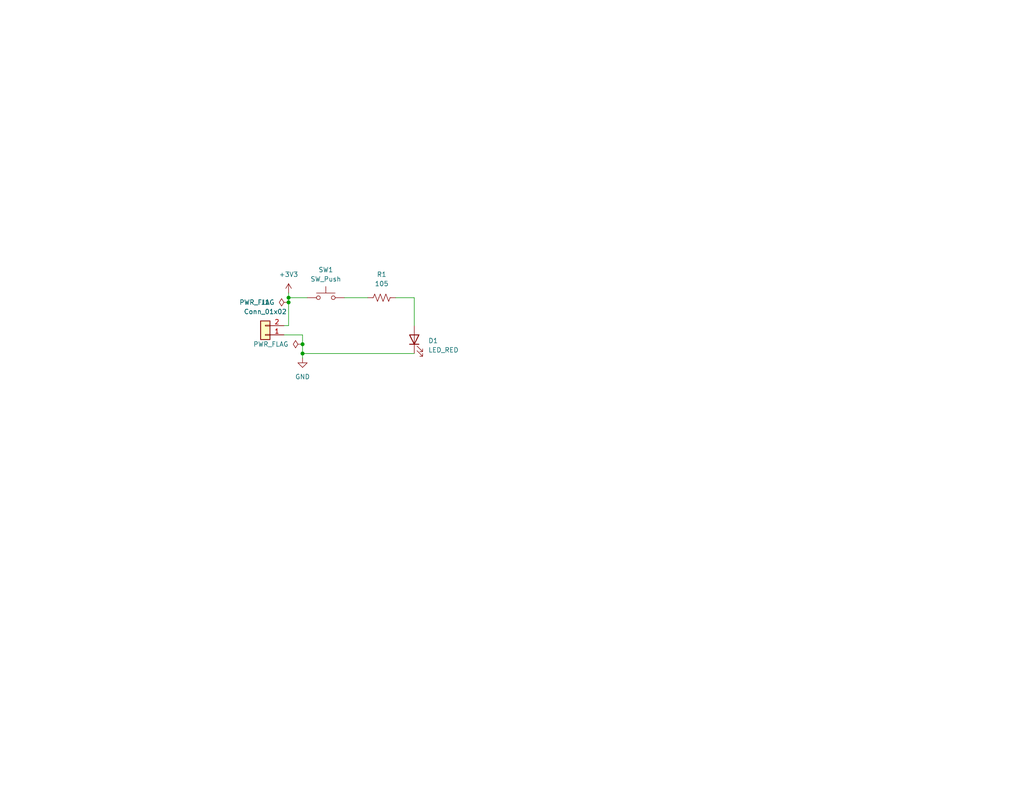
<source format=kicad_sch>
(kicad_sch (version 20230121) (generator eeschema)
  (paper "USLetter")
  (title_block (title "LED Project") (date "2023-09-16") (rev "1.0") (company "Illini Solar Car") (comment 1 "Designed By: Michael Ling"))
  (lib_symbols
    (symbol "Connector_Generic:Conn_01x02" (pin_names (offset 1.016) hide)
      (property "Reference" "J" (at 0 2.54 0))
      (property "Value" "Conn_01x02" (at 0 -5.08 0))
      (symbol "Conn_01x02_1_1"
        (rectangle (start -1.27 -2.413) (end 0 -2.667) (stroke (width 0.1524)))
        (rectangle (start -1.27 0.127) (end 0 -0.127) (stroke (width 0.1524)))
        (rectangle (start -1.27 1.27) (end 1.27 -3.81) (stroke (width 0.254)) (fill (type background)))
        (pin passive line (at -5.08 0 0) (length 3.81) (name "Pin_1") (number "1"))
        (pin passive line (at -5.08 -2.54 0) (length 3.81) (name "Pin_2") (number "2"))
      )
    )
    (symbol "Device:LED" (pin_numbers hide) (pin_names (offset 1.016) hide)
      (property "Reference" "D" (at 0 2.54 0))
      (property "Value" "LED" (at 0 -2.54 0))
      (symbol "LED_0_1"
        (polyline (pts (xy -1.27 -1.27) (xy -1.27 1.27)) (stroke (width 0.254)))
        (polyline (pts (xy -1.27 0) (xy 1.27 0)))
        (polyline (pts (xy 1.27 -1.27) (xy 1.27 1.27) (xy -1.27 0) (xy 1.27 -1.27)) (stroke (width 0.254)))
        (polyline (pts (xy -3.048 -0.762) (xy -4.572 -2.286) (xy -3.81 -2.286) (xy -4.572 -2.286) (xy -4.572 -1.524)))
        (polyline (pts (xy -1.778 -0.762) (xy -3.302 -2.286) (xy -2.54 -2.286) (xy -3.302 -2.286) (xy -3.302 -1.524)))
      )
      (symbol "LED_1_1"
        (pin passive line (at -3.81 0 0) (length 2.54) (name "K") (number "1"))
        (pin passive line (at 3.81 0 180) (length 2.54) (name "A") (number "2"))
      )
    )
    (symbol "Device:R_US" (pin_numbers hide) (pin_names (offset 0))
      (property "Reference" "R" (at 2.54 0 90))
      (property "Value" "R_US" (at -2.54 0 90))
      (symbol "R_US_0_1"
        (polyline (pts (xy 0 -2.286) (xy 0 -2.54)))
        (polyline (pts (xy 0 2.286) (xy 0 2.54)))
        (polyline (pts (xy 0 -0.762) (xy 1.016 -1.143) (xy 0 -1.524) (xy -1.016 -1.905) (xy 0 -2.286)))
        (polyline (pts (xy 0 0.762) (xy 1.016 0.381) (xy 0 0) (xy -1.016 -0.381) (xy 0 -0.762)))
        (polyline (pts (xy 0 2.286) (xy 1.016 1.905) (xy 0 1.524) (xy -1.016 1.143) (xy 0 0.762)))
      )
      (symbol "R_US_1_1"
        (pin passive line (at 0 3.81 270) (length 1.27) (name "~") (number "1"))
        (pin passive line (at 0 -3.81 90) (length 1.27) (name "~") (number "2"))
      )
    )
    (symbol "Switch:SW_Push" (pin_numbers hide) (pin_names (offset 1.016) hide)
      (property "Reference" "SW" (at 1.27 2.54 0))
      (property "Value" "SW_Push" (at 0 -1.524 0))
      (symbol "SW_Push_0_1"
        (circle (center -2.032 0) (radius 0.508))
        (polyline (pts (xy 0 1.27) (xy 0 3.048)))
        (polyline (pts (xy 2.54 1.27) (xy -2.54 1.27)))
        (circle (center 2.032 0) (radius 0.508))
        (pin passive line (at -5.08 0 0) (length 2.54) (name "1") (number "1"))
        (pin passive line (at 5.08 0 180) (length 2.54) (name "2") (number "2"))
      )
    )
    (symbol "power:+3V3" (power) (pin_names (offset 0))
      (property "Value" "+3V3" (at 0 3.556 0))
      (symbol "+3V3_0_1"
        (polyline (pts (xy -0.762 1.27) (xy 0 2.54)))
        (polyline (pts (xy 0 0) (xy 0 2.54)))
        (polyline (pts (xy 0 2.54) (xy 0.762 1.27)))
      )
      (symbol "+3V3_1_1"
        (pin power_in line (at 0 0 90) (length 0) hide (name "+3V3") (number "1"))
      )
    )
    (symbol "power:GND" (power) (pin_names (offset 0))
      (property "Value" "GND" (at 0 -3.81 0))
      (symbol "GND_0_1"
        (polyline (pts (xy 0 0) (xy 0 -1.27) (xy 1.27 -1.27) (xy 0 -2.54) (xy -1.27 -1.27) (xy 0 -1.27)))
      )
      (symbol "GND_1_1"
        (pin power_in line (at 0 0 270) (length 0) hide (name "GND") (number "1"))
      )
    )
    (symbol "power:PWR_FLAG" (power) (pin_numbers hide) (pin_names (offset 0) hide)
      (property "Value" "PWR_FLAG" (at 0 3.81 0))
      (symbol "PWR_FLAG_0_0"
        (pin power_out line (at 0 0 90) (length 0) (name "pwr") (number "1"))
      )
      (symbol "PWR_FLAG_0_1"
        (polyline (pts (xy 0 0) (xy 0 1.27) (xy -1.016 1.905) (xy 0 2.54) (xy 1.016 1.905) (xy 0 1.27)))
      )
    )
  )
  (junction (at 82.55 93.98))
  (junction (at 78.74 81.28))
  (junction (at 82.55 96.52))
  (junction (at 78.74 82.55))
  (wire (pts (xy 78.74 88.9) (xy 77.47 88.9)))
  (wire (pts (xy 113.03 81.28) (xy 113.03 88.9)))
  (wire (pts (xy 82.55 96.52) (xy 82.55 97.79)))
  (wire (pts (xy 78.74 81.28) (xy 83.82 81.28)))
  (wire (pts (xy 113.03 96.52) (xy 82.55 96.52)))
  (wire (pts (xy 107.95 81.28) (xy 113.03 81.28)))
  (wire (pts (xy 78.74 82.55) (xy 78.74 88.9)))
  (wire (pts (xy 77.47 91.44) (xy 82.55 91.44)))
  (wire (pts (xy 82.55 91.44) (xy 82.55 93.98)))
  (wire (pts (xy 82.55 93.98) (xy 82.55 96.52)))
  (wire (pts (xy 93.98 81.28) (xy 100.33 81.28)))
  (wire (pts (xy 78.74 81.28) (xy 78.74 82.55)))
  (wire (pts (xy 78.74 80.01) (xy 78.74 81.28)))
  (symbol (lib_id "Device:R_US") (at 104.14 81.28 90) (unit 1)
    (property "Reference" "R1" (at 104.14 74.93 90))
    (property "Value" "105" (at 104.14 77.47 90))
    (property "Footprint" "Resistor_SMD:R_0603_1608Metric_Pad0.98x0.95mm_HandSolder" (effects hide))
  )
  (symbol (lib_id "Switch:SW_Push") (at 88.9 81.28 0) (unit 1)
    (property "Reference" "SW1" (at 88.9 73.66 0))
    (property "Value" "SW_Push" (at 88.9 76.2 0))
    (property "Footprint" "Button_Switch_SMD:SW_DIP_SPSTx01_Slide_6.7x4.1mm_W8.61mm_P2.54mm_LowProfile" (effects hide))
    (property "Datasheet" "https://www.digikey.com/en/products/detail/te-connectivity-alcoswitch-switches/1825910-6/1632536?utm_adgroup=Supplier_TE&utm_source=google&utm_medium=cpc&utm_campaign=EN_Product_SKU_MBR&utm_term=%2B1825910-6&utm_content=Supplier_TE&gclid=Cj0KCQjwp4j6BRCRARIsAGq4yMGhBEsv1v5KcRzgW34aOMlPkoRB4A-7BCN08FfGaiq_Dk_nlKJ0QU8aAhZPEALw_wcB" (effects hide))
    (property "MPN" "1825910-6" (effects hide))
  )
  (symbol (lib_id "Connector_Generic:Conn_01x02") (at 72.39 91.44 180) (unit 1)
    (property "Reference" "J1" (at 72.39 82.55 0))
    (property "Value" "Conn_01x02" (at 72.39 85.09 0))
    (property "Footprint" "Connector_Molex:Molex_KK-254_AE-6410-02A_1x02_P2.54mm_Vertical" (effects hide))
    (property "Datasheet" "https://tools.molex.com/pdm_docs/sd/022272021_sd.pdf" (effects hide))
    (property "MPN" "022272021" (effects hide))
  )
  (symbol (lib_id "power:PWR_FLAG") (at 78.74 82.55 90) (unit 1)
    (property "Reference" "#FLG01" (effects hide))
    (property "Value" "PWR_FLAG" (at 74.93 82.55 90) (effects (justify left)))
  )
  (symbol (lib_id "power:PWR_FLAG") (at 82.55 93.98 90) (unit 1)
    (property "Reference" "#FLG02" (effects hide))
    (property "Value" "PWR_FLAG" (at 78.74 93.98 90) (effects (justify left)))
  )
  (symbol (lib_id "power:+3V3") (at 78.74 80.01 0) (unit 1)
    (property "Reference" "#PWR01" (effects hide))
    (property "Value" "+3V3" (at 78.74 74.93 0))
  )
  (symbol (lib_id "power:GND") (at 82.55 97.79 0) (unit 1)
    (property "Reference" "#PWR02" (effects hide))
    (property "Value" "GND" (at 82.55 102.87 0))
  )
  (symbol (lib_id "Device:LED") (at 113.03 92.71 90) (unit 1)
    (property "Reference" "D1" (at 116.84 93.0275 90) (effects (justify right)))
    (property "Value" "LED_RED" (at 116.84 95.5675 90) (effects (justify right)))
    (property "Footprint" "layout:LED_0603_Symbol_on_F.SilkS" (effects hide))
  )
)
</source>
